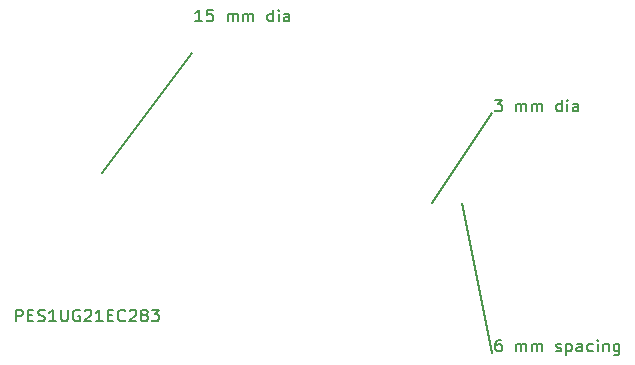
<source format=gbr>
%TF.GenerationSoftware,KiCad,Pcbnew,7.0.6*%
%TF.CreationDate,2023-07-29T19:13:38+05:30*%
%TF.ProjectId,Final_ESA,46696e61-6c5f-4455-9341-2e6b69636164,rev?*%
%TF.SameCoordinates,Original*%
%TF.FileFunction,Legend,Top*%
%TF.FilePolarity,Positive*%
%FSLAX46Y46*%
G04 Gerber Fmt 4.6, Leading zero omitted, Abs format (unit mm)*
G04 Created by KiCad (PCBNEW 7.0.6) date 2023-07-29 19:13:38*
%MOMM*%
%LPD*%
G01*
G04 APERTURE LIST*
%ADD10C,0.150000*%
G04 APERTURE END LIST*
D10*
X157480000Y-111760000D02*
X162560000Y-104140000D01*
X160020000Y-111760000D02*
X162560000Y-124460000D01*
X129540000Y-109220000D02*
X137160000Y-99060000D01*
X122256779Y-121789819D02*
X122256779Y-120789819D01*
X122256779Y-120789819D02*
X122637731Y-120789819D01*
X122637731Y-120789819D02*
X122732969Y-120837438D01*
X122732969Y-120837438D02*
X122780588Y-120885057D01*
X122780588Y-120885057D02*
X122828207Y-120980295D01*
X122828207Y-120980295D02*
X122828207Y-121123152D01*
X122828207Y-121123152D02*
X122780588Y-121218390D01*
X122780588Y-121218390D02*
X122732969Y-121266009D01*
X122732969Y-121266009D02*
X122637731Y-121313628D01*
X122637731Y-121313628D02*
X122256779Y-121313628D01*
X123256779Y-121266009D02*
X123590112Y-121266009D01*
X123732969Y-121789819D02*
X123256779Y-121789819D01*
X123256779Y-121789819D02*
X123256779Y-120789819D01*
X123256779Y-120789819D02*
X123732969Y-120789819D01*
X124113922Y-121742200D02*
X124256779Y-121789819D01*
X124256779Y-121789819D02*
X124494874Y-121789819D01*
X124494874Y-121789819D02*
X124590112Y-121742200D01*
X124590112Y-121742200D02*
X124637731Y-121694580D01*
X124637731Y-121694580D02*
X124685350Y-121599342D01*
X124685350Y-121599342D02*
X124685350Y-121504104D01*
X124685350Y-121504104D02*
X124637731Y-121408866D01*
X124637731Y-121408866D02*
X124590112Y-121361247D01*
X124590112Y-121361247D02*
X124494874Y-121313628D01*
X124494874Y-121313628D02*
X124304398Y-121266009D01*
X124304398Y-121266009D02*
X124209160Y-121218390D01*
X124209160Y-121218390D02*
X124161541Y-121170771D01*
X124161541Y-121170771D02*
X124113922Y-121075533D01*
X124113922Y-121075533D02*
X124113922Y-120980295D01*
X124113922Y-120980295D02*
X124161541Y-120885057D01*
X124161541Y-120885057D02*
X124209160Y-120837438D01*
X124209160Y-120837438D02*
X124304398Y-120789819D01*
X124304398Y-120789819D02*
X124542493Y-120789819D01*
X124542493Y-120789819D02*
X124685350Y-120837438D01*
X125637731Y-121789819D02*
X125066303Y-121789819D01*
X125352017Y-121789819D02*
X125352017Y-120789819D01*
X125352017Y-120789819D02*
X125256779Y-120932676D01*
X125256779Y-120932676D02*
X125161541Y-121027914D01*
X125161541Y-121027914D02*
X125066303Y-121075533D01*
X126066303Y-120789819D02*
X126066303Y-121599342D01*
X126066303Y-121599342D02*
X126113922Y-121694580D01*
X126113922Y-121694580D02*
X126161541Y-121742200D01*
X126161541Y-121742200D02*
X126256779Y-121789819D01*
X126256779Y-121789819D02*
X126447255Y-121789819D01*
X126447255Y-121789819D02*
X126542493Y-121742200D01*
X126542493Y-121742200D02*
X126590112Y-121694580D01*
X126590112Y-121694580D02*
X126637731Y-121599342D01*
X126637731Y-121599342D02*
X126637731Y-120789819D01*
X127637731Y-120837438D02*
X127542493Y-120789819D01*
X127542493Y-120789819D02*
X127399636Y-120789819D01*
X127399636Y-120789819D02*
X127256779Y-120837438D01*
X127256779Y-120837438D02*
X127161541Y-120932676D01*
X127161541Y-120932676D02*
X127113922Y-121027914D01*
X127113922Y-121027914D02*
X127066303Y-121218390D01*
X127066303Y-121218390D02*
X127066303Y-121361247D01*
X127066303Y-121361247D02*
X127113922Y-121551723D01*
X127113922Y-121551723D02*
X127161541Y-121646961D01*
X127161541Y-121646961D02*
X127256779Y-121742200D01*
X127256779Y-121742200D02*
X127399636Y-121789819D01*
X127399636Y-121789819D02*
X127494874Y-121789819D01*
X127494874Y-121789819D02*
X127637731Y-121742200D01*
X127637731Y-121742200D02*
X127685350Y-121694580D01*
X127685350Y-121694580D02*
X127685350Y-121361247D01*
X127685350Y-121361247D02*
X127494874Y-121361247D01*
X128066303Y-120885057D02*
X128113922Y-120837438D01*
X128113922Y-120837438D02*
X128209160Y-120789819D01*
X128209160Y-120789819D02*
X128447255Y-120789819D01*
X128447255Y-120789819D02*
X128542493Y-120837438D01*
X128542493Y-120837438D02*
X128590112Y-120885057D01*
X128590112Y-120885057D02*
X128637731Y-120980295D01*
X128637731Y-120980295D02*
X128637731Y-121075533D01*
X128637731Y-121075533D02*
X128590112Y-121218390D01*
X128590112Y-121218390D02*
X128018684Y-121789819D01*
X128018684Y-121789819D02*
X128637731Y-121789819D01*
X129590112Y-121789819D02*
X129018684Y-121789819D01*
X129304398Y-121789819D02*
X129304398Y-120789819D01*
X129304398Y-120789819D02*
X129209160Y-120932676D01*
X129209160Y-120932676D02*
X129113922Y-121027914D01*
X129113922Y-121027914D02*
X129018684Y-121075533D01*
X130018684Y-121266009D02*
X130352017Y-121266009D01*
X130494874Y-121789819D02*
X130018684Y-121789819D01*
X130018684Y-121789819D02*
X130018684Y-120789819D01*
X130018684Y-120789819D02*
X130494874Y-120789819D01*
X131494874Y-121694580D02*
X131447255Y-121742200D01*
X131447255Y-121742200D02*
X131304398Y-121789819D01*
X131304398Y-121789819D02*
X131209160Y-121789819D01*
X131209160Y-121789819D02*
X131066303Y-121742200D01*
X131066303Y-121742200D02*
X130971065Y-121646961D01*
X130971065Y-121646961D02*
X130923446Y-121551723D01*
X130923446Y-121551723D02*
X130875827Y-121361247D01*
X130875827Y-121361247D02*
X130875827Y-121218390D01*
X130875827Y-121218390D02*
X130923446Y-121027914D01*
X130923446Y-121027914D02*
X130971065Y-120932676D01*
X130971065Y-120932676D02*
X131066303Y-120837438D01*
X131066303Y-120837438D02*
X131209160Y-120789819D01*
X131209160Y-120789819D02*
X131304398Y-120789819D01*
X131304398Y-120789819D02*
X131447255Y-120837438D01*
X131447255Y-120837438D02*
X131494874Y-120885057D01*
X131875827Y-120885057D02*
X131923446Y-120837438D01*
X131923446Y-120837438D02*
X132018684Y-120789819D01*
X132018684Y-120789819D02*
X132256779Y-120789819D01*
X132256779Y-120789819D02*
X132352017Y-120837438D01*
X132352017Y-120837438D02*
X132399636Y-120885057D01*
X132399636Y-120885057D02*
X132447255Y-120980295D01*
X132447255Y-120980295D02*
X132447255Y-121075533D01*
X132447255Y-121075533D02*
X132399636Y-121218390D01*
X132399636Y-121218390D02*
X131828208Y-121789819D01*
X131828208Y-121789819D02*
X132447255Y-121789819D01*
X133018684Y-121218390D02*
X132923446Y-121170771D01*
X132923446Y-121170771D02*
X132875827Y-121123152D01*
X132875827Y-121123152D02*
X132828208Y-121027914D01*
X132828208Y-121027914D02*
X132828208Y-120980295D01*
X132828208Y-120980295D02*
X132875827Y-120885057D01*
X132875827Y-120885057D02*
X132923446Y-120837438D01*
X132923446Y-120837438D02*
X133018684Y-120789819D01*
X133018684Y-120789819D02*
X133209160Y-120789819D01*
X133209160Y-120789819D02*
X133304398Y-120837438D01*
X133304398Y-120837438D02*
X133352017Y-120885057D01*
X133352017Y-120885057D02*
X133399636Y-120980295D01*
X133399636Y-120980295D02*
X133399636Y-121027914D01*
X133399636Y-121027914D02*
X133352017Y-121123152D01*
X133352017Y-121123152D02*
X133304398Y-121170771D01*
X133304398Y-121170771D02*
X133209160Y-121218390D01*
X133209160Y-121218390D02*
X133018684Y-121218390D01*
X133018684Y-121218390D02*
X132923446Y-121266009D01*
X132923446Y-121266009D02*
X132875827Y-121313628D01*
X132875827Y-121313628D02*
X132828208Y-121408866D01*
X132828208Y-121408866D02*
X132828208Y-121599342D01*
X132828208Y-121599342D02*
X132875827Y-121694580D01*
X132875827Y-121694580D02*
X132923446Y-121742200D01*
X132923446Y-121742200D02*
X133018684Y-121789819D01*
X133018684Y-121789819D02*
X133209160Y-121789819D01*
X133209160Y-121789819D02*
X133304398Y-121742200D01*
X133304398Y-121742200D02*
X133352017Y-121694580D01*
X133352017Y-121694580D02*
X133399636Y-121599342D01*
X133399636Y-121599342D02*
X133399636Y-121408866D01*
X133399636Y-121408866D02*
X133352017Y-121313628D01*
X133352017Y-121313628D02*
X133304398Y-121266009D01*
X133304398Y-121266009D02*
X133209160Y-121218390D01*
X133732970Y-120789819D02*
X134352017Y-120789819D01*
X134352017Y-120789819D02*
X134018684Y-121170771D01*
X134018684Y-121170771D02*
X134161541Y-121170771D01*
X134161541Y-121170771D02*
X134256779Y-121218390D01*
X134256779Y-121218390D02*
X134304398Y-121266009D01*
X134304398Y-121266009D02*
X134352017Y-121361247D01*
X134352017Y-121361247D02*
X134352017Y-121599342D01*
X134352017Y-121599342D02*
X134304398Y-121694580D01*
X134304398Y-121694580D02*
X134256779Y-121742200D01*
X134256779Y-121742200D02*
X134161541Y-121789819D01*
X134161541Y-121789819D02*
X133875827Y-121789819D01*
X133875827Y-121789819D02*
X133780589Y-121742200D01*
X133780589Y-121742200D02*
X133732970Y-121694580D01*
X162801541Y-103009819D02*
X163420588Y-103009819D01*
X163420588Y-103009819D02*
X163087255Y-103390771D01*
X163087255Y-103390771D02*
X163230112Y-103390771D01*
X163230112Y-103390771D02*
X163325350Y-103438390D01*
X163325350Y-103438390D02*
X163372969Y-103486009D01*
X163372969Y-103486009D02*
X163420588Y-103581247D01*
X163420588Y-103581247D02*
X163420588Y-103819342D01*
X163420588Y-103819342D02*
X163372969Y-103914580D01*
X163372969Y-103914580D02*
X163325350Y-103962200D01*
X163325350Y-103962200D02*
X163230112Y-104009819D01*
X163230112Y-104009819D02*
X162944398Y-104009819D01*
X162944398Y-104009819D02*
X162849160Y-103962200D01*
X162849160Y-103962200D02*
X162801541Y-103914580D01*
X164611065Y-104009819D02*
X164611065Y-103343152D01*
X164611065Y-103438390D02*
X164658684Y-103390771D01*
X164658684Y-103390771D02*
X164753922Y-103343152D01*
X164753922Y-103343152D02*
X164896779Y-103343152D01*
X164896779Y-103343152D02*
X164992017Y-103390771D01*
X164992017Y-103390771D02*
X165039636Y-103486009D01*
X165039636Y-103486009D02*
X165039636Y-104009819D01*
X165039636Y-103486009D02*
X165087255Y-103390771D01*
X165087255Y-103390771D02*
X165182493Y-103343152D01*
X165182493Y-103343152D02*
X165325350Y-103343152D01*
X165325350Y-103343152D02*
X165420589Y-103390771D01*
X165420589Y-103390771D02*
X165468208Y-103486009D01*
X165468208Y-103486009D02*
X165468208Y-104009819D01*
X165944398Y-104009819D02*
X165944398Y-103343152D01*
X165944398Y-103438390D02*
X165992017Y-103390771D01*
X165992017Y-103390771D02*
X166087255Y-103343152D01*
X166087255Y-103343152D02*
X166230112Y-103343152D01*
X166230112Y-103343152D02*
X166325350Y-103390771D01*
X166325350Y-103390771D02*
X166372969Y-103486009D01*
X166372969Y-103486009D02*
X166372969Y-104009819D01*
X166372969Y-103486009D02*
X166420588Y-103390771D01*
X166420588Y-103390771D02*
X166515826Y-103343152D01*
X166515826Y-103343152D02*
X166658683Y-103343152D01*
X166658683Y-103343152D02*
X166753922Y-103390771D01*
X166753922Y-103390771D02*
X166801541Y-103486009D01*
X166801541Y-103486009D02*
X166801541Y-104009819D01*
X168468207Y-104009819D02*
X168468207Y-103009819D01*
X168468207Y-103962200D02*
X168372969Y-104009819D01*
X168372969Y-104009819D02*
X168182493Y-104009819D01*
X168182493Y-104009819D02*
X168087255Y-103962200D01*
X168087255Y-103962200D02*
X168039636Y-103914580D01*
X168039636Y-103914580D02*
X167992017Y-103819342D01*
X167992017Y-103819342D02*
X167992017Y-103533628D01*
X167992017Y-103533628D02*
X168039636Y-103438390D01*
X168039636Y-103438390D02*
X168087255Y-103390771D01*
X168087255Y-103390771D02*
X168182493Y-103343152D01*
X168182493Y-103343152D02*
X168372969Y-103343152D01*
X168372969Y-103343152D02*
X168468207Y-103390771D01*
X168944398Y-104009819D02*
X168944398Y-103343152D01*
X168944398Y-103009819D02*
X168896779Y-103057438D01*
X168896779Y-103057438D02*
X168944398Y-103105057D01*
X168944398Y-103105057D02*
X168992017Y-103057438D01*
X168992017Y-103057438D02*
X168944398Y-103009819D01*
X168944398Y-103009819D02*
X168944398Y-103105057D01*
X169849159Y-104009819D02*
X169849159Y-103486009D01*
X169849159Y-103486009D02*
X169801540Y-103390771D01*
X169801540Y-103390771D02*
X169706302Y-103343152D01*
X169706302Y-103343152D02*
X169515826Y-103343152D01*
X169515826Y-103343152D02*
X169420588Y-103390771D01*
X169849159Y-103962200D02*
X169753921Y-104009819D01*
X169753921Y-104009819D02*
X169515826Y-104009819D01*
X169515826Y-104009819D02*
X169420588Y-103962200D01*
X169420588Y-103962200D02*
X169372969Y-103866961D01*
X169372969Y-103866961D02*
X169372969Y-103771723D01*
X169372969Y-103771723D02*
X169420588Y-103676485D01*
X169420588Y-103676485D02*
X169515826Y-103628866D01*
X169515826Y-103628866D02*
X169753921Y-103628866D01*
X169753921Y-103628866D02*
X169849159Y-103581247D01*
X163325350Y-123329819D02*
X163134874Y-123329819D01*
X163134874Y-123329819D02*
X163039636Y-123377438D01*
X163039636Y-123377438D02*
X162992017Y-123425057D01*
X162992017Y-123425057D02*
X162896779Y-123567914D01*
X162896779Y-123567914D02*
X162849160Y-123758390D01*
X162849160Y-123758390D02*
X162849160Y-124139342D01*
X162849160Y-124139342D02*
X162896779Y-124234580D01*
X162896779Y-124234580D02*
X162944398Y-124282200D01*
X162944398Y-124282200D02*
X163039636Y-124329819D01*
X163039636Y-124329819D02*
X163230112Y-124329819D01*
X163230112Y-124329819D02*
X163325350Y-124282200D01*
X163325350Y-124282200D02*
X163372969Y-124234580D01*
X163372969Y-124234580D02*
X163420588Y-124139342D01*
X163420588Y-124139342D02*
X163420588Y-123901247D01*
X163420588Y-123901247D02*
X163372969Y-123806009D01*
X163372969Y-123806009D02*
X163325350Y-123758390D01*
X163325350Y-123758390D02*
X163230112Y-123710771D01*
X163230112Y-123710771D02*
X163039636Y-123710771D01*
X163039636Y-123710771D02*
X162944398Y-123758390D01*
X162944398Y-123758390D02*
X162896779Y-123806009D01*
X162896779Y-123806009D02*
X162849160Y-123901247D01*
X164611065Y-124329819D02*
X164611065Y-123663152D01*
X164611065Y-123758390D02*
X164658684Y-123710771D01*
X164658684Y-123710771D02*
X164753922Y-123663152D01*
X164753922Y-123663152D02*
X164896779Y-123663152D01*
X164896779Y-123663152D02*
X164992017Y-123710771D01*
X164992017Y-123710771D02*
X165039636Y-123806009D01*
X165039636Y-123806009D02*
X165039636Y-124329819D01*
X165039636Y-123806009D02*
X165087255Y-123710771D01*
X165087255Y-123710771D02*
X165182493Y-123663152D01*
X165182493Y-123663152D02*
X165325350Y-123663152D01*
X165325350Y-123663152D02*
X165420589Y-123710771D01*
X165420589Y-123710771D02*
X165468208Y-123806009D01*
X165468208Y-123806009D02*
X165468208Y-124329819D01*
X165944398Y-124329819D02*
X165944398Y-123663152D01*
X165944398Y-123758390D02*
X165992017Y-123710771D01*
X165992017Y-123710771D02*
X166087255Y-123663152D01*
X166087255Y-123663152D02*
X166230112Y-123663152D01*
X166230112Y-123663152D02*
X166325350Y-123710771D01*
X166325350Y-123710771D02*
X166372969Y-123806009D01*
X166372969Y-123806009D02*
X166372969Y-124329819D01*
X166372969Y-123806009D02*
X166420588Y-123710771D01*
X166420588Y-123710771D02*
X166515826Y-123663152D01*
X166515826Y-123663152D02*
X166658683Y-123663152D01*
X166658683Y-123663152D02*
X166753922Y-123710771D01*
X166753922Y-123710771D02*
X166801541Y-123806009D01*
X166801541Y-123806009D02*
X166801541Y-124329819D01*
X167992017Y-124282200D02*
X168087255Y-124329819D01*
X168087255Y-124329819D02*
X168277731Y-124329819D01*
X168277731Y-124329819D02*
X168372969Y-124282200D01*
X168372969Y-124282200D02*
X168420588Y-124186961D01*
X168420588Y-124186961D02*
X168420588Y-124139342D01*
X168420588Y-124139342D02*
X168372969Y-124044104D01*
X168372969Y-124044104D02*
X168277731Y-123996485D01*
X168277731Y-123996485D02*
X168134874Y-123996485D01*
X168134874Y-123996485D02*
X168039636Y-123948866D01*
X168039636Y-123948866D02*
X167992017Y-123853628D01*
X167992017Y-123853628D02*
X167992017Y-123806009D01*
X167992017Y-123806009D02*
X168039636Y-123710771D01*
X168039636Y-123710771D02*
X168134874Y-123663152D01*
X168134874Y-123663152D02*
X168277731Y-123663152D01*
X168277731Y-123663152D02*
X168372969Y-123710771D01*
X168849160Y-123663152D02*
X168849160Y-124663152D01*
X168849160Y-123710771D02*
X168944398Y-123663152D01*
X168944398Y-123663152D02*
X169134874Y-123663152D01*
X169134874Y-123663152D02*
X169230112Y-123710771D01*
X169230112Y-123710771D02*
X169277731Y-123758390D01*
X169277731Y-123758390D02*
X169325350Y-123853628D01*
X169325350Y-123853628D02*
X169325350Y-124139342D01*
X169325350Y-124139342D02*
X169277731Y-124234580D01*
X169277731Y-124234580D02*
X169230112Y-124282200D01*
X169230112Y-124282200D02*
X169134874Y-124329819D01*
X169134874Y-124329819D02*
X168944398Y-124329819D01*
X168944398Y-124329819D02*
X168849160Y-124282200D01*
X170182493Y-124329819D02*
X170182493Y-123806009D01*
X170182493Y-123806009D02*
X170134874Y-123710771D01*
X170134874Y-123710771D02*
X170039636Y-123663152D01*
X170039636Y-123663152D02*
X169849160Y-123663152D01*
X169849160Y-123663152D02*
X169753922Y-123710771D01*
X170182493Y-124282200D02*
X170087255Y-124329819D01*
X170087255Y-124329819D02*
X169849160Y-124329819D01*
X169849160Y-124329819D02*
X169753922Y-124282200D01*
X169753922Y-124282200D02*
X169706303Y-124186961D01*
X169706303Y-124186961D02*
X169706303Y-124091723D01*
X169706303Y-124091723D02*
X169753922Y-123996485D01*
X169753922Y-123996485D02*
X169849160Y-123948866D01*
X169849160Y-123948866D02*
X170087255Y-123948866D01*
X170087255Y-123948866D02*
X170182493Y-123901247D01*
X171087255Y-124282200D02*
X170992017Y-124329819D01*
X170992017Y-124329819D02*
X170801541Y-124329819D01*
X170801541Y-124329819D02*
X170706303Y-124282200D01*
X170706303Y-124282200D02*
X170658684Y-124234580D01*
X170658684Y-124234580D02*
X170611065Y-124139342D01*
X170611065Y-124139342D02*
X170611065Y-123853628D01*
X170611065Y-123853628D02*
X170658684Y-123758390D01*
X170658684Y-123758390D02*
X170706303Y-123710771D01*
X170706303Y-123710771D02*
X170801541Y-123663152D01*
X170801541Y-123663152D02*
X170992017Y-123663152D01*
X170992017Y-123663152D02*
X171087255Y-123710771D01*
X171515827Y-124329819D02*
X171515827Y-123663152D01*
X171515827Y-123329819D02*
X171468208Y-123377438D01*
X171468208Y-123377438D02*
X171515827Y-123425057D01*
X171515827Y-123425057D02*
X171563446Y-123377438D01*
X171563446Y-123377438D02*
X171515827Y-123329819D01*
X171515827Y-123329819D02*
X171515827Y-123425057D01*
X171992017Y-123663152D02*
X171992017Y-124329819D01*
X171992017Y-123758390D02*
X172039636Y-123710771D01*
X172039636Y-123710771D02*
X172134874Y-123663152D01*
X172134874Y-123663152D02*
X172277731Y-123663152D01*
X172277731Y-123663152D02*
X172372969Y-123710771D01*
X172372969Y-123710771D02*
X172420588Y-123806009D01*
X172420588Y-123806009D02*
X172420588Y-124329819D01*
X173325350Y-123663152D02*
X173325350Y-124472676D01*
X173325350Y-124472676D02*
X173277731Y-124567914D01*
X173277731Y-124567914D02*
X173230112Y-124615533D01*
X173230112Y-124615533D02*
X173134874Y-124663152D01*
X173134874Y-124663152D02*
X172992017Y-124663152D01*
X172992017Y-124663152D02*
X172896779Y-124615533D01*
X173325350Y-124282200D02*
X173230112Y-124329819D01*
X173230112Y-124329819D02*
X173039636Y-124329819D01*
X173039636Y-124329819D02*
X172944398Y-124282200D01*
X172944398Y-124282200D02*
X172896779Y-124234580D01*
X172896779Y-124234580D02*
X172849160Y-124139342D01*
X172849160Y-124139342D02*
X172849160Y-123853628D01*
X172849160Y-123853628D02*
X172896779Y-123758390D01*
X172896779Y-123758390D02*
X172944398Y-123710771D01*
X172944398Y-123710771D02*
X173039636Y-123663152D01*
X173039636Y-123663152D02*
X173230112Y-123663152D01*
X173230112Y-123663152D02*
X173325350Y-123710771D01*
X138020588Y-96389819D02*
X137449160Y-96389819D01*
X137734874Y-96389819D02*
X137734874Y-95389819D01*
X137734874Y-95389819D02*
X137639636Y-95532676D01*
X137639636Y-95532676D02*
X137544398Y-95627914D01*
X137544398Y-95627914D02*
X137449160Y-95675533D01*
X138925350Y-95389819D02*
X138449160Y-95389819D01*
X138449160Y-95389819D02*
X138401541Y-95866009D01*
X138401541Y-95866009D02*
X138449160Y-95818390D01*
X138449160Y-95818390D02*
X138544398Y-95770771D01*
X138544398Y-95770771D02*
X138782493Y-95770771D01*
X138782493Y-95770771D02*
X138877731Y-95818390D01*
X138877731Y-95818390D02*
X138925350Y-95866009D01*
X138925350Y-95866009D02*
X138972969Y-95961247D01*
X138972969Y-95961247D02*
X138972969Y-96199342D01*
X138972969Y-96199342D02*
X138925350Y-96294580D01*
X138925350Y-96294580D02*
X138877731Y-96342200D01*
X138877731Y-96342200D02*
X138782493Y-96389819D01*
X138782493Y-96389819D02*
X138544398Y-96389819D01*
X138544398Y-96389819D02*
X138449160Y-96342200D01*
X138449160Y-96342200D02*
X138401541Y-96294580D01*
X140163446Y-96389819D02*
X140163446Y-95723152D01*
X140163446Y-95818390D02*
X140211065Y-95770771D01*
X140211065Y-95770771D02*
X140306303Y-95723152D01*
X140306303Y-95723152D02*
X140449160Y-95723152D01*
X140449160Y-95723152D02*
X140544398Y-95770771D01*
X140544398Y-95770771D02*
X140592017Y-95866009D01*
X140592017Y-95866009D02*
X140592017Y-96389819D01*
X140592017Y-95866009D02*
X140639636Y-95770771D01*
X140639636Y-95770771D02*
X140734874Y-95723152D01*
X140734874Y-95723152D02*
X140877731Y-95723152D01*
X140877731Y-95723152D02*
X140972970Y-95770771D01*
X140972970Y-95770771D02*
X141020589Y-95866009D01*
X141020589Y-95866009D02*
X141020589Y-96389819D01*
X141496779Y-96389819D02*
X141496779Y-95723152D01*
X141496779Y-95818390D02*
X141544398Y-95770771D01*
X141544398Y-95770771D02*
X141639636Y-95723152D01*
X141639636Y-95723152D02*
X141782493Y-95723152D01*
X141782493Y-95723152D02*
X141877731Y-95770771D01*
X141877731Y-95770771D02*
X141925350Y-95866009D01*
X141925350Y-95866009D02*
X141925350Y-96389819D01*
X141925350Y-95866009D02*
X141972969Y-95770771D01*
X141972969Y-95770771D02*
X142068207Y-95723152D01*
X142068207Y-95723152D02*
X142211064Y-95723152D01*
X142211064Y-95723152D02*
X142306303Y-95770771D01*
X142306303Y-95770771D02*
X142353922Y-95866009D01*
X142353922Y-95866009D02*
X142353922Y-96389819D01*
X144020588Y-96389819D02*
X144020588Y-95389819D01*
X144020588Y-96342200D02*
X143925350Y-96389819D01*
X143925350Y-96389819D02*
X143734874Y-96389819D01*
X143734874Y-96389819D02*
X143639636Y-96342200D01*
X143639636Y-96342200D02*
X143592017Y-96294580D01*
X143592017Y-96294580D02*
X143544398Y-96199342D01*
X143544398Y-96199342D02*
X143544398Y-95913628D01*
X143544398Y-95913628D02*
X143592017Y-95818390D01*
X143592017Y-95818390D02*
X143639636Y-95770771D01*
X143639636Y-95770771D02*
X143734874Y-95723152D01*
X143734874Y-95723152D02*
X143925350Y-95723152D01*
X143925350Y-95723152D02*
X144020588Y-95770771D01*
X144496779Y-96389819D02*
X144496779Y-95723152D01*
X144496779Y-95389819D02*
X144449160Y-95437438D01*
X144449160Y-95437438D02*
X144496779Y-95485057D01*
X144496779Y-95485057D02*
X144544398Y-95437438D01*
X144544398Y-95437438D02*
X144496779Y-95389819D01*
X144496779Y-95389819D02*
X144496779Y-95485057D01*
X145401540Y-96389819D02*
X145401540Y-95866009D01*
X145401540Y-95866009D02*
X145353921Y-95770771D01*
X145353921Y-95770771D02*
X145258683Y-95723152D01*
X145258683Y-95723152D02*
X145068207Y-95723152D01*
X145068207Y-95723152D02*
X144972969Y-95770771D01*
X145401540Y-96342200D02*
X145306302Y-96389819D01*
X145306302Y-96389819D02*
X145068207Y-96389819D01*
X145068207Y-96389819D02*
X144972969Y-96342200D01*
X144972969Y-96342200D02*
X144925350Y-96246961D01*
X144925350Y-96246961D02*
X144925350Y-96151723D01*
X144925350Y-96151723D02*
X144972969Y-96056485D01*
X144972969Y-96056485D02*
X145068207Y-96008866D01*
X145068207Y-96008866D02*
X145306302Y-96008866D01*
X145306302Y-96008866D02*
X145401540Y-95961247D01*
M02*

</source>
